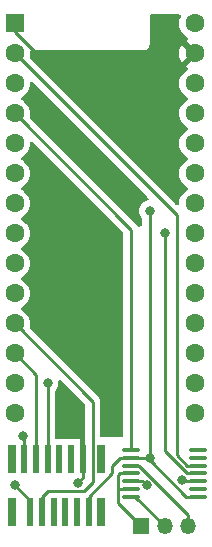
<source format=gbr>
%TF.GenerationSoftware,KiCad,Pcbnew,(6.0.2-0)*%
%TF.CreationDate,2022-03-30T15:17:53-04:00*%
%TF.ProjectId,dream_controller,64726561-6d5f-4636-9f6e-74726f6c6c65,rev?*%
%TF.SameCoordinates,Original*%
%TF.FileFunction,Copper,L1,Top*%
%TF.FilePolarity,Positive*%
%FSLAX46Y46*%
G04 Gerber Fmt 4.6, Leading zero omitted, Abs format (unit mm)*
G04 Created by KiCad (PCBNEW (6.0.2-0)) date 2022-03-30 15:17:53*
%MOMM*%
%LPD*%
G01*
G04 APERTURE LIST*
G04 Aperture macros list*
%AMRoundRect*
0 Rectangle with rounded corners*
0 $1 Rounding radius*
0 $2 $3 $4 $5 $6 $7 $8 $9 X,Y pos of 4 corners*
0 Add a 4 corners polygon primitive as box body*
4,1,4,$2,$3,$4,$5,$6,$7,$8,$9,$2,$3,0*
0 Add four circle primitives for the rounded corners*
1,1,$1+$1,$2,$3*
1,1,$1+$1,$4,$5*
1,1,$1+$1,$6,$7*
1,1,$1+$1,$8,$9*
0 Add four rect primitives between the rounded corners*
20,1,$1+$1,$2,$3,$4,$5,0*
20,1,$1+$1,$4,$5,$6,$7,0*
20,1,$1+$1,$6,$7,$8,$9,0*
20,1,$1+$1,$8,$9,$2,$3,0*%
G04 Aperture macros list end*
%TA.AperFunction,ComponentPad*%
%ADD10R,1.600000X1.600000*%
%TD*%
%TA.AperFunction,ComponentPad*%
%ADD11C,1.600000*%
%TD*%
%TA.AperFunction,SMDPad,CuDef*%
%ADD12R,0.700000X2.400000*%
%TD*%
%TA.AperFunction,SMDPad,CuDef*%
%ADD13R,0.500000X2.400000*%
%TD*%
%TA.AperFunction,ComponentPad*%
%ADD14R,1.350000X1.350000*%
%TD*%
%TA.AperFunction,ComponentPad*%
%ADD15O,1.350000X1.350000*%
%TD*%
%TA.AperFunction,SMDPad,CuDef*%
%ADD16RoundRect,0.100000X0.637500X0.100000X-0.637500X0.100000X-0.637500X-0.100000X0.637500X-0.100000X0*%
%TD*%
%TA.AperFunction,ViaPad*%
%ADD17C,0.800000*%
%TD*%
%TA.AperFunction,Conductor*%
%ADD18C,0.250000*%
%TD*%
G04 APERTURE END LIST*
D10*
%TO.P,U1,1,GND*%
%TO.N,GND*%
X127000000Y-86360000D03*
D11*
%TO.P,U1,2,0_RX1_MOSI1_Touch*%
%TO.N,/DAC_DATA*%
X127000000Y-88900000D03*
%TO.P,U1,3,1_TX1_MISO1_Touch*%
%TO.N,unconnected-(U1-Pad3)*%
X127000000Y-91440000D03*
%TO.P,U1,4,2*%
%TO.N,/DAC_LATCH*%
X127000000Y-93980000D03*
%TO.P,U1,5,3_RX1_PWM_Touch*%
%TO.N,unconnected-(U1-Pad5)*%
X127000000Y-96520000D03*
%TO.P,U1,6,4_TX1_PWM_Touch*%
%TO.N,unconnected-(U1-Pad6)*%
X127000000Y-99060000D03*
%TO.P,U1,7,5_TX1_MISO1*%
%TO.N,unconnected-(U1-Pad7)*%
X127000000Y-101600000D03*
%TO.P,U1,8,6_RX3_CS1_PWM*%
%TO.N,unconnected-(U1-Pad8)*%
X127000000Y-104140000D03*
%TO.P,U1,9,7_RX3_MOSI0*%
%TO.N,unconnected-(U1-Pad9)*%
X127000000Y-106680000D03*
%TO.P,U1,10,8_TX3_MISO0*%
%TO.N,unconnected-(U1-Pad10)*%
X127000000Y-109220000D03*
%TO.P,U1,11,9_RX2_PWM*%
%TO.N,/CAP_DR*%
X127000000Y-111760000D03*
%TO.P,U1,12,10_TX2_CS0_PWM*%
%TO.N,/CAP_CS*%
X127000000Y-114300000D03*
%TO.P,U1,13,11_MOSI0*%
%TO.N,/CAP_COPI*%
X127000000Y-116840000D03*
%TO.P,U1,14,12_MISO0*%
%TO.N,/CAP_CIPO*%
X127000000Y-119380000D03*
%TO.P,U1,20,13_LED_SCK0*%
%TO.N,/CAP_CLK*%
X142240000Y-119380000D03*
%TO.P,U1,21,14_A0_SCK0*%
%TO.N,unconnected-(U1-Pad21)*%
X142240000Y-116840000D03*
%TO.P,U1,22,15_A1_Touch*%
%TO.N,unconnected-(U1-Pad22)*%
X142240000Y-114300000D03*
%TO.P,U1,23,16_A2_SCL0_PWM_Touch*%
%TO.N,unconnected-(U1-Pad23)*%
X142240000Y-111760000D03*
%TO.P,U1,24,17_A3_SDA0_PWM_Touch*%
%TO.N,unconnected-(U1-Pad24)*%
X142240000Y-109220000D03*
%TO.P,U1,25,18_A4_SDA0_Touch*%
%TO.N,unconnected-(U1-Pad25)*%
X142240000Y-106680000D03*
%TO.P,U1,26,19_A5_SCL0_Touch*%
%TO.N,unconnected-(U1-Pad26)*%
X142240000Y-104140000D03*
%TO.P,U1,27,20_A6_SCK1_PWM_TX3*%
%TO.N,/DAC_CLK*%
X142240000Y-101600000D03*
%TO.P,U1,28,21_A7_MOSI1_RX1*%
%TO.N,unconnected-(U1-Pad28)*%
X142240000Y-99060000D03*
%TO.P,U1,29,22_A8_SCL1_PWM_Touch*%
%TO.N,unconnected-(U1-Pad29)*%
X142240000Y-96520000D03*
%TO.P,U1,30,23_A9_SDA1_PWM_Touch*%
%TO.N,unconnected-(U1-Pad30)*%
X142240000Y-93980000D03*
%TO.P,U1,31,3.3V*%
%TO.N,+3V3*%
X142240000Y-91440000D03*
%TO.P,U1,32,GND*%
%TO.N,GND*%
X142240000Y-88900000D03*
%TO.P,U1,33,Vin*%
%TO.N,/VIN*%
X142240000Y-86360000D03*
%TD*%
D12*
%TO.P,J1,*%
%TO.N,*%
X134281000Y-123226000D03*
X134306000Y-127726000D03*
X126806000Y-123226000D03*
X126806000Y-127726000D03*
D13*
%TO.P,J1,1,Pin_1*%
%TO.N,+3V3*%
X133306000Y-127726000D03*
%TO.P,J1,2,Pin_2*%
%TO.N,GND*%
X132806000Y-123226000D03*
%TO.P,J1,3,Pin_3*%
%TO.N,unconnected-(J1-Pad3)*%
X132306000Y-127726000D03*
%TO.P,J1,4,Pin_4*%
%TO.N,unconnected-(J1-Pad4)*%
X131806000Y-123226000D03*
%TO.P,J1,5,Pin_5*%
%TO.N,unconnected-(J1-Pad5)*%
X131306000Y-127726000D03*
%TO.P,J1,6,Pin_6*%
%TO.N,unconnected-(J1-Pad6)*%
X130806000Y-123226000D03*
%TO.P,J1,7,Pin_7*%
%TO.N,unconnected-(J1-Pad7)*%
X130306000Y-127726000D03*
%TO.P,J1,8,Pin_8*%
%TO.N,/CAP_COPI*%
X129806000Y-123226000D03*
%TO.P,J1,9,Pin_9*%
%TO.N,/CAP_DR*%
X129306000Y-127726000D03*
%TO.P,J1,10,Pin_10*%
%TO.N,/CAP_CS*%
X128831000Y-123226000D03*
%TO.P,J1,11,Pin_11*%
%TO.N,/CAP_CIPO*%
X128331000Y-127726000D03*
%TO.P,J1,12,Pin_12*%
%TO.N,/CAP_CLK*%
X127806000Y-123226000D03*
%TD*%
D14*
%TO.P,J2,1,Pin_1*%
%TO.N,/VREF*%
X137700000Y-128905000D03*
D15*
%TO.P,J2,2,Pin_2*%
%TO.N,/POT_X*%
X139700000Y-128905000D03*
%TO.P,J2,3,Pin_3*%
%TO.N,/POT_Y*%
X141700000Y-128905000D03*
%TD*%
D16*
%TO.P,U2,1,Vdd*%
%TO.N,+3V3*%
X142562500Y-126410000D03*
%TO.P,U2,2,NC*%
%TO.N,unconnected-(U2-Pad2)*%
X142562500Y-125760000D03*
%TO.P,U2,3,~{CS}*%
%TO.N,GND*%
X142562500Y-125110000D03*
%TO.P,U2,4,SCK*%
%TO.N,/DAC_CLK*%
X142562500Y-124460000D03*
%TO.P,U2,5,SDI*%
%TO.N,/DAC_DATA*%
X142562500Y-123810000D03*
%TO.P,U2,6,NC*%
%TO.N,unconnected-(U2-Pad6)*%
X142562500Y-123160000D03*
%TO.P,U2,7,NC*%
%TO.N,unconnected-(U2-Pad7)*%
X142562500Y-122510000D03*
%TO.P,U2,8,~{LDAC}*%
%TO.N,/DAC_LATCH*%
X136837500Y-122510000D03*
%TO.P,U2,9,~{SHDN}*%
%TO.N,+3V3*%
X136837500Y-123160000D03*
%TO.P,U2,10,VB*%
%TO.N,/POT_Y*%
X136837500Y-123810000D03*
%TO.P,U2,11,VrefB*%
%TO.N,/VREF*%
X136837500Y-124460000D03*
%TO.P,U2,12,Vss*%
%TO.N,GND*%
X136837500Y-125110000D03*
%TO.P,U2,13,VrefA*%
%TO.N,/VREF*%
X136837500Y-125760000D03*
%TO.P,U2,14,VA*%
%TO.N,/POT_X*%
X136837500Y-126410000D03*
%TD*%
D17*
%TO.N,+3V3*%
X138430000Y-123190000D03*
X138430000Y-102235000D03*
%TO.N,GND*%
X138176000Y-125476000D03*
X132080000Y-120650000D03*
X129540000Y-93980000D03*
X139700000Y-87630000D03*
X133350000Y-97790000D03*
X136525000Y-100965000D03*
X140335000Y-95250000D03*
X134620000Y-114300000D03*
X132080000Y-111760000D03*
X129540000Y-109220000D03*
X129540000Y-104140000D03*
X135255000Y-120650000D03*
X139700000Y-90170000D03*
X137160000Y-97155000D03*
X134620000Y-109220000D03*
X129540000Y-99060000D03*
X131445000Y-118110000D03*
X140335000Y-97790000D03*
X132080000Y-106680000D03*
X132334000Y-125259500D03*
X141170107Y-125039994D03*
X140335000Y-100330000D03*
X129286000Y-89408000D03*
X134620000Y-104140000D03*
X135255000Y-118110000D03*
%TO.N,/CAP_COPI*%
X129794000Y-116840000D03*
%TO.N,/CAP_CIPO*%
X127000000Y-125476000D03*
%TO.N,/CAP_CLK*%
X127724500Y-121285000D03*
%TO.N,/DAC_CLK*%
X139700000Y-104140000D03*
%TD*%
D18*
%TO.N,+3V3*%
X141515499Y-126410000D02*
X142562500Y-126410000D01*
X138430000Y-123324501D02*
X141515499Y-126410000D01*
X135255000Y-123825000D02*
X135255000Y-124460000D01*
X138430000Y-123190000D02*
X138430000Y-123324501D01*
X133306000Y-126409000D02*
X133306000Y-127726000D01*
X135255000Y-124460000D02*
X133306000Y-126409000D01*
X138430000Y-123190000D02*
X138430000Y-102235000D01*
X136837500Y-123160000D02*
X135920000Y-123160000D01*
X138400000Y-123160000D02*
X138430000Y-123190000D01*
X136837500Y-123160000D02*
X138400000Y-123160000D01*
X135920000Y-123160000D02*
X135255000Y-123825000D01*
%TO.N,GND*%
X127000000Y-87122000D02*
X129286000Y-89408000D01*
X132806000Y-123226000D02*
X132806000Y-124787500D01*
X142562500Y-125110000D02*
X141240113Y-125110000D01*
X127000000Y-86360000D02*
X127000000Y-87122000D01*
X136837500Y-125110000D02*
X137810000Y-125110000D01*
X141240113Y-125110000D02*
X141170107Y-125039994D01*
X132806000Y-124787500D02*
X132334000Y-125259500D01*
X137810000Y-125110000D02*
X138176000Y-125476000D01*
%TO.N,/CAP_COPI*%
X129806000Y-116852000D02*
X129794000Y-116840000D01*
X129806000Y-123226000D02*
X129806000Y-116852000D01*
%TO.N,/CAP_DR*%
X129794000Y-125984000D02*
X129306000Y-126472000D01*
X132842000Y-125984000D02*
X129794000Y-125984000D01*
X129306000Y-127726000D02*
X129306000Y-126472000D01*
X133606489Y-125219511D02*
X132842000Y-125984000D01*
X127000000Y-111760000D02*
X133606489Y-118366489D01*
X133606489Y-118366489D02*
X133606489Y-125219511D01*
%TO.N,/CAP_CS*%
X128831000Y-123226000D02*
X128831000Y-116131000D01*
X128831000Y-116131000D02*
X127000000Y-114300000D01*
%TO.N,/CAP_CIPO*%
X128331000Y-126807000D02*
X127000000Y-125476000D01*
X128331000Y-127726000D02*
X128331000Y-126807000D01*
%TO.N,/CAP_CLK*%
X127806000Y-123226000D02*
X127806000Y-121366500D01*
X127806000Y-121366500D02*
X127724500Y-121285000D01*
%TO.N,/VREF*%
X135860000Y-125760000D02*
X135775480Y-125844520D01*
X136837500Y-124460000D02*
X135890000Y-124460000D01*
X135775480Y-124574520D02*
X135775480Y-125844520D01*
X135775480Y-126980480D02*
X137700000Y-128905000D01*
X135890000Y-124460000D02*
X135775480Y-124574520D01*
X136837500Y-125760000D02*
X135860000Y-125760000D01*
X135775480Y-125844520D02*
X135775480Y-126980480D01*
%TO.N,/POT_X*%
X137205000Y-126410000D02*
X139700000Y-128905000D01*
X136837500Y-126410000D02*
X137205000Y-126410000D01*
%TO.N,/POT_Y*%
X141700000Y-128905000D02*
X141700000Y-127950406D01*
X137559594Y-123810000D02*
X136837500Y-123810000D01*
X141700000Y-127950406D02*
X137559594Y-123810000D01*
%TO.N,/DAC_CLK*%
X139700000Y-122555718D02*
X139700000Y-104140000D01*
X141604282Y-124460000D02*
X139700000Y-122555718D01*
X142562500Y-124460000D02*
X141604282Y-124460000D01*
%TO.N,/DAC_LATCH*%
X127000000Y-93980000D02*
X136837500Y-103817500D01*
X136837500Y-103817500D02*
X136837500Y-122510000D01*
%TO.N,/DAC_DATA*%
X140716000Y-102616000D02*
X127000000Y-88900000D01*
X142562500Y-123810000D02*
X141590000Y-123810000D01*
X140716000Y-122936000D02*
X140716000Y-102616000D01*
X141590000Y-123810000D02*
X140716000Y-122936000D01*
%TD*%
%TA.AperFunction,Conductor*%
%TO.N,GND*%
G36*
X130886139Y-116544799D02*
G01*
X130903127Y-116559031D01*
X132936084Y-118591988D01*
X132970110Y-118654300D01*
X132972989Y-118681083D01*
X132972989Y-123350000D01*
X132952987Y-123418121D01*
X132899331Y-123464614D01*
X132846989Y-123476000D01*
X132690500Y-123476000D01*
X132622379Y-123455998D01*
X132575886Y-123402342D01*
X132564500Y-123350000D01*
X132564500Y-121977866D01*
X132557745Y-121915684D01*
X132558088Y-121915647D01*
X132556000Y-121897836D01*
X132556000Y-121536116D01*
X132551525Y-121520877D01*
X132550135Y-121519672D01*
X132542452Y-121518001D01*
X132511331Y-121518001D01*
X132504510Y-121518371D01*
X132453648Y-121523895D01*
X132438394Y-121527522D01*
X132350941Y-121560306D01*
X132280134Y-121565489D01*
X132262483Y-121560306D01*
X132173718Y-121527029D01*
X132173712Y-121527027D01*
X132166316Y-121524255D01*
X132104134Y-121517500D01*
X131507866Y-121517500D01*
X131445684Y-121524255D01*
X131438288Y-121527027D01*
X131438282Y-121527029D01*
X131350229Y-121560039D01*
X131279422Y-121565222D01*
X131261771Y-121560039D01*
X131173718Y-121527029D01*
X131173712Y-121527027D01*
X131166316Y-121524255D01*
X131104134Y-121517500D01*
X130565500Y-121517500D01*
X130497379Y-121497498D01*
X130450886Y-121443842D01*
X130439500Y-121391500D01*
X130439500Y-117529197D01*
X130459502Y-117461076D01*
X130471864Y-117444887D01*
X130528621Y-117381852D01*
X130528622Y-117381851D01*
X130533040Y-117376944D01*
X130628527Y-117211556D01*
X130687542Y-117029928D01*
X130707504Y-116840000D01*
X130688722Y-116661296D01*
X130701494Y-116591458D01*
X130749996Y-116539611D01*
X130818829Y-116522217D01*
X130886139Y-116544799D01*
G37*
%TD.AperFunction*%
%TA.AperFunction,Conductor*%
G36*
X128511393Y-96389534D02*
G01*
X128526589Y-96402493D01*
X132385136Y-100261041D01*
X136167095Y-104043000D01*
X136201121Y-104105312D01*
X136204000Y-104132095D01*
X136204000Y-121286000D01*
X136183998Y-121354121D01*
X136130342Y-121400614D01*
X136078000Y-121412000D01*
X134365989Y-121412000D01*
X134297868Y-121391998D01*
X134251375Y-121338342D01*
X134239989Y-121286000D01*
X134239989Y-118445252D01*
X134240516Y-118434068D01*
X134242190Y-118426580D01*
X134240051Y-118358521D01*
X134239989Y-118354564D01*
X134239989Y-118326633D01*
X134239483Y-118322627D01*
X134238550Y-118310781D01*
X134237898Y-118290008D01*
X134237162Y-118266599D01*
X134231511Y-118247147D01*
X134227503Y-118227795D01*
X134225956Y-118215552D01*
X134224963Y-118207692D01*
X134222045Y-118200321D01*
X134208689Y-118166586D01*
X134204844Y-118155359D01*
X134202042Y-118145716D01*
X134192507Y-118112896D01*
X134188473Y-118106074D01*
X134188470Y-118106068D01*
X134182195Y-118095457D01*
X134173499Y-118077707D01*
X134168961Y-118066245D01*
X134168958Y-118066240D01*
X134166041Y-118058872D01*
X134140062Y-118023114D01*
X134133546Y-118013196D01*
X134115064Y-117981946D01*
X134111031Y-117975126D01*
X134096707Y-117960802D01*
X134083865Y-117945767D01*
X134071961Y-117929382D01*
X134037895Y-117901200D01*
X134029116Y-117893211D01*
X128309152Y-112173247D01*
X128275126Y-112110935D01*
X128276540Y-112051541D01*
X128293543Y-111988087D01*
X128313498Y-111760000D01*
X128293543Y-111531913D01*
X128234284Y-111310757D01*
X128231961Y-111305775D01*
X128139849Y-111108238D01*
X128139846Y-111108233D01*
X128137523Y-111103251D01*
X128006198Y-110915700D01*
X127844300Y-110753802D01*
X127839792Y-110750645D01*
X127839789Y-110750643D01*
X127724630Y-110670008D01*
X127656749Y-110622477D01*
X127651767Y-110620154D01*
X127651762Y-110620151D01*
X127617543Y-110604195D01*
X127564258Y-110557278D01*
X127544797Y-110489001D01*
X127565339Y-110421041D01*
X127617543Y-110375805D01*
X127651762Y-110359849D01*
X127651767Y-110359846D01*
X127656749Y-110357523D01*
X127762000Y-110283825D01*
X127839789Y-110229357D01*
X127839792Y-110229355D01*
X127844300Y-110226198D01*
X128006198Y-110064300D01*
X128137523Y-109876749D01*
X128139846Y-109871767D01*
X128139849Y-109871762D01*
X128231961Y-109674225D01*
X128231961Y-109674224D01*
X128234284Y-109669243D01*
X128293543Y-109448087D01*
X128313498Y-109220000D01*
X128293543Y-108991913D01*
X128234284Y-108770757D01*
X128231961Y-108765775D01*
X128139849Y-108568238D01*
X128139846Y-108568233D01*
X128137523Y-108563251D01*
X128006198Y-108375700D01*
X127844300Y-108213802D01*
X127839792Y-108210645D01*
X127839789Y-108210643D01*
X127724630Y-108130008D01*
X127656749Y-108082477D01*
X127651767Y-108080154D01*
X127651762Y-108080151D01*
X127617543Y-108064195D01*
X127564258Y-108017278D01*
X127544797Y-107949001D01*
X127565339Y-107881041D01*
X127617543Y-107835805D01*
X127651762Y-107819849D01*
X127651767Y-107819846D01*
X127656749Y-107817523D01*
X127762000Y-107743825D01*
X127839789Y-107689357D01*
X127839792Y-107689355D01*
X127844300Y-107686198D01*
X128006198Y-107524300D01*
X128137523Y-107336749D01*
X128139846Y-107331767D01*
X128139849Y-107331762D01*
X128231961Y-107134225D01*
X128231961Y-107134224D01*
X128234284Y-107129243D01*
X128293543Y-106908087D01*
X128313498Y-106680000D01*
X128293543Y-106451913D01*
X128234284Y-106230757D01*
X128231961Y-106225775D01*
X128139849Y-106028238D01*
X128139846Y-106028233D01*
X128137523Y-106023251D01*
X128006198Y-105835700D01*
X127844300Y-105673802D01*
X127839792Y-105670645D01*
X127839789Y-105670643D01*
X127724630Y-105590008D01*
X127656749Y-105542477D01*
X127651767Y-105540154D01*
X127651762Y-105540151D01*
X127617543Y-105524195D01*
X127564258Y-105477278D01*
X127544797Y-105409001D01*
X127565339Y-105341041D01*
X127617543Y-105295805D01*
X127651762Y-105279849D01*
X127651767Y-105279846D01*
X127656749Y-105277523D01*
X127762000Y-105203825D01*
X127839789Y-105149357D01*
X127839792Y-105149355D01*
X127844300Y-105146198D01*
X128006198Y-104984300D01*
X128137523Y-104796749D01*
X128139846Y-104791767D01*
X128139849Y-104791762D01*
X128231961Y-104594225D01*
X128231961Y-104594224D01*
X128234284Y-104589243D01*
X128293543Y-104368087D01*
X128313498Y-104140000D01*
X128293543Y-103911913D01*
X128234284Y-103690757D01*
X128197593Y-103612072D01*
X128139849Y-103488238D01*
X128139846Y-103488233D01*
X128137523Y-103483251D01*
X128035718Y-103337859D01*
X128009357Y-103300211D01*
X128009355Y-103300208D01*
X128006198Y-103295700D01*
X127844300Y-103133802D01*
X127839792Y-103130645D01*
X127839789Y-103130643D01*
X127724630Y-103050008D01*
X127656749Y-103002477D01*
X127651767Y-103000154D01*
X127651762Y-103000151D01*
X127617543Y-102984195D01*
X127564258Y-102937278D01*
X127544797Y-102869001D01*
X127565339Y-102801041D01*
X127617543Y-102755805D01*
X127651762Y-102739849D01*
X127651767Y-102739846D01*
X127656749Y-102737523D01*
X127762000Y-102663825D01*
X127839789Y-102609357D01*
X127839792Y-102609355D01*
X127844300Y-102606198D01*
X128006198Y-102444300D01*
X128019763Y-102424928D01*
X128134366Y-102261257D01*
X128137523Y-102256749D01*
X128139846Y-102251767D01*
X128139849Y-102251762D01*
X128231961Y-102054225D01*
X128231961Y-102054224D01*
X128234284Y-102049243D01*
X128293543Y-101828087D01*
X128313498Y-101600000D01*
X128293543Y-101371913D01*
X128234284Y-101150757D01*
X128223688Y-101128034D01*
X128139849Y-100948238D01*
X128139846Y-100948233D01*
X128137523Y-100943251D01*
X128006198Y-100755700D01*
X127844300Y-100593802D01*
X127839792Y-100590645D01*
X127839789Y-100590643D01*
X127761611Y-100535902D01*
X127656749Y-100462477D01*
X127651767Y-100460154D01*
X127651762Y-100460151D01*
X127617543Y-100444195D01*
X127564258Y-100397278D01*
X127544797Y-100329001D01*
X127565339Y-100261041D01*
X127617543Y-100215805D01*
X127651762Y-100199849D01*
X127651767Y-100199846D01*
X127656749Y-100197523D01*
X127762000Y-100123825D01*
X127839789Y-100069357D01*
X127839792Y-100069355D01*
X127844300Y-100066198D01*
X128006198Y-99904300D01*
X128137523Y-99716749D01*
X128139846Y-99711767D01*
X128139849Y-99711762D01*
X128231961Y-99514225D01*
X128231961Y-99514224D01*
X128234284Y-99509243D01*
X128293543Y-99288087D01*
X128313498Y-99060000D01*
X128293543Y-98831913D01*
X128234284Y-98610757D01*
X128231961Y-98605775D01*
X128139849Y-98408238D01*
X128139846Y-98408233D01*
X128137523Y-98403251D01*
X128006198Y-98215700D01*
X127844300Y-98053802D01*
X127839792Y-98050645D01*
X127839789Y-98050643D01*
X127761611Y-97995902D01*
X127656749Y-97922477D01*
X127651767Y-97920154D01*
X127651762Y-97920151D01*
X127617543Y-97904195D01*
X127564258Y-97857278D01*
X127544797Y-97789001D01*
X127565339Y-97721041D01*
X127617543Y-97675805D01*
X127651762Y-97659849D01*
X127651767Y-97659846D01*
X127656749Y-97657523D01*
X127762000Y-97583825D01*
X127839789Y-97529357D01*
X127839792Y-97529355D01*
X127844300Y-97526198D01*
X128006198Y-97364300D01*
X128137523Y-97176749D01*
X128139846Y-97171767D01*
X128139849Y-97171762D01*
X128231961Y-96974225D01*
X128231961Y-96974224D01*
X128234284Y-96969243D01*
X128293543Y-96748087D01*
X128313498Y-96520000D01*
X128313019Y-96514525D01*
X128313019Y-96514514D01*
X128311974Y-96502570D01*
X128325962Y-96432965D01*
X128375361Y-96381973D01*
X128444487Y-96365782D01*
X128511393Y-96389534D01*
G37*
%TD.AperFunction*%
%TA.AperFunction,Conductor*%
G36*
X128511393Y-91309534D02*
G01*
X128526589Y-91322493D01*
X138332130Y-101128034D01*
X138366156Y-101190346D01*
X138361091Y-101261161D01*
X138318544Y-101317997D01*
X138269232Y-101340376D01*
X138147712Y-101366206D01*
X138141682Y-101368891D01*
X138141681Y-101368891D01*
X137979278Y-101441197D01*
X137979276Y-101441198D01*
X137973248Y-101443882D01*
X137818747Y-101556134D01*
X137814326Y-101561044D01*
X137814325Y-101561045D01*
X137784180Y-101594525D01*
X137690960Y-101698056D01*
X137595473Y-101863444D01*
X137536458Y-102045072D01*
X137516496Y-102235000D01*
X137536458Y-102424928D01*
X137595473Y-102606556D01*
X137690960Y-102771944D01*
X137764137Y-102853215D01*
X137794853Y-102917221D01*
X137796500Y-102937524D01*
X137796500Y-103362878D01*
X137776498Y-103430999D01*
X137726850Y-103475575D01*
X137560862Y-103558569D01*
X137490987Y-103571143D01*
X137425407Y-103543944D01*
X137397213Y-103510290D01*
X137397052Y-103509883D01*
X137371064Y-103474113D01*
X137364548Y-103464193D01*
X137346080Y-103432965D01*
X137346078Y-103432962D01*
X137342042Y-103426138D01*
X137327721Y-103411817D01*
X137314880Y-103396783D01*
X137307631Y-103386806D01*
X137302972Y-103380393D01*
X137268895Y-103352202D01*
X137260116Y-103344212D01*
X128309152Y-94393248D01*
X128275126Y-94330936D01*
X128276541Y-94271541D01*
X128292118Y-94213409D01*
X128292120Y-94213398D01*
X128293543Y-94208087D01*
X128313498Y-93980000D01*
X128293543Y-93751913D01*
X128234284Y-93530757D01*
X128231961Y-93525775D01*
X128139849Y-93328238D01*
X128139846Y-93328233D01*
X128137523Y-93323251D01*
X128006198Y-93135700D01*
X127844300Y-92973802D01*
X127839792Y-92970645D01*
X127839789Y-92970643D01*
X127761611Y-92915902D01*
X127656749Y-92842477D01*
X127651767Y-92840154D01*
X127651762Y-92840151D01*
X127617543Y-92824195D01*
X127564258Y-92777278D01*
X127544797Y-92709001D01*
X127565339Y-92641041D01*
X127617543Y-92595805D01*
X127651762Y-92579849D01*
X127651767Y-92579846D01*
X127656749Y-92577523D01*
X127762000Y-92503825D01*
X127839789Y-92449357D01*
X127839792Y-92449355D01*
X127844300Y-92446198D01*
X128006198Y-92284300D01*
X128137523Y-92096749D01*
X128139846Y-92091767D01*
X128139849Y-92091762D01*
X128231961Y-91894225D01*
X128231961Y-91894224D01*
X128234284Y-91889243D01*
X128293543Y-91668087D01*
X128313498Y-91440000D01*
X128313019Y-91434525D01*
X128313019Y-91434514D01*
X128311974Y-91422570D01*
X128325962Y-91352965D01*
X128375361Y-91301973D01*
X128444487Y-91285782D01*
X128511393Y-91309534D01*
G37*
%TD.AperFunction*%
%TA.AperFunction,Conductor*%
G36*
X141021897Y-85618002D02*
G01*
X141068390Y-85671658D01*
X141078494Y-85741932D01*
X141067971Y-85777250D01*
X141005716Y-85910757D01*
X140946457Y-86131913D01*
X140926502Y-86360000D01*
X140946457Y-86588087D01*
X141005716Y-86809243D01*
X141008039Y-86814224D01*
X141008039Y-86814225D01*
X141100151Y-87011762D01*
X141100154Y-87011767D01*
X141102477Y-87016749D01*
X141233802Y-87204300D01*
X141395700Y-87366198D01*
X141400208Y-87369355D01*
X141400211Y-87369357D01*
X141478000Y-87423825D01*
X141583251Y-87497523D01*
X141588233Y-87499846D01*
X141588238Y-87499849D01*
X141623049Y-87516081D01*
X141676334Y-87562998D01*
X141695795Y-87631275D01*
X141675253Y-87699235D01*
X141623049Y-87744471D01*
X141588489Y-87760586D01*
X141578994Y-87766069D01*
X141526952Y-87802509D01*
X141518576Y-87812988D01*
X141525644Y-87826434D01*
X142510115Y-88810905D01*
X142544141Y-88873217D01*
X142539076Y-88944032D01*
X142510115Y-88989095D01*
X141524923Y-89974287D01*
X141518493Y-89986062D01*
X141527789Y-89998077D01*
X141578994Y-90033931D01*
X141588489Y-90039414D01*
X141623049Y-90055529D01*
X141676334Y-90102446D01*
X141695795Y-90170723D01*
X141675253Y-90238683D01*
X141623049Y-90283919D01*
X141588238Y-90300151D01*
X141588233Y-90300154D01*
X141583251Y-90302477D01*
X141478389Y-90375902D01*
X141400211Y-90430643D01*
X141400208Y-90430645D01*
X141395700Y-90433802D01*
X141233802Y-90595700D01*
X141102477Y-90783251D01*
X141100154Y-90788233D01*
X141100151Y-90788238D01*
X141008039Y-90985775D01*
X141005716Y-90990757D01*
X140946457Y-91211913D01*
X140926502Y-91440000D01*
X140946457Y-91668087D01*
X141005716Y-91889243D01*
X141008039Y-91894224D01*
X141008039Y-91894225D01*
X141100151Y-92091762D01*
X141100154Y-92091767D01*
X141102477Y-92096749D01*
X141233802Y-92284300D01*
X141395700Y-92446198D01*
X141400208Y-92449355D01*
X141400211Y-92449357D01*
X141478000Y-92503825D01*
X141583251Y-92577523D01*
X141588233Y-92579846D01*
X141588238Y-92579849D01*
X141622457Y-92595805D01*
X141675742Y-92642722D01*
X141695203Y-92710999D01*
X141674661Y-92778959D01*
X141622457Y-92824195D01*
X141588238Y-92840151D01*
X141588233Y-92840154D01*
X141583251Y-92842477D01*
X141478389Y-92915902D01*
X141400211Y-92970643D01*
X141400208Y-92970645D01*
X141395700Y-92973802D01*
X141233802Y-93135700D01*
X141102477Y-93323251D01*
X141100154Y-93328233D01*
X141100151Y-93328238D01*
X141008039Y-93525775D01*
X141005716Y-93530757D01*
X140946457Y-93751913D01*
X140926502Y-93980000D01*
X140946457Y-94208087D01*
X140947881Y-94213400D01*
X140947881Y-94213402D01*
X140979375Y-94330936D01*
X141005716Y-94429243D01*
X141008039Y-94434224D01*
X141008039Y-94434225D01*
X141100151Y-94631762D01*
X141100154Y-94631767D01*
X141102477Y-94636749D01*
X141233802Y-94824300D01*
X141395700Y-94986198D01*
X141400208Y-94989355D01*
X141400211Y-94989357D01*
X141478000Y-95043825D01*
X141583251Y-95117523D01*
X141588233Y-95119846D01*
X141588238Y-95119849D01*
X141622457Y-95135805D01*
X141675742Y-95182722D01*
X141695203Y-95250999D01*
X141674661Y-95318959D01*
X141622457Y-95364195D01*
X141588238Y-95380151D01*
X141588233Y-95380154D01*
X141583251Y-95382477D01*
X141478389Y-95455902D01*
X141400211Y-95510643D01*
X141400208Y-95510645D01*
X141395700Y-95513802D01*
X141233802Y-95675700D01*
X141102477Y-95863251D01*
X141100154Y-95868233D01*
X141100151Y-95868238D01*
X141008039Y-96065775D01*
X141005716Y-96070757D01*
X140946457Y-96291913D01*
X140926502Y-96520000D01*
X140946457Y-96748087D01*
X141005716Y-96969243D01*
X141008039Y-96974224D01*
X141008039Y-96974225D01*
X141100151Y-97171762D01*
X141100154Y-97171767D01*
X141102477Y-97176749D01*
X141233802Y-97364300D01*
X141395700Y-97526198D01*
X141400208Y-97529355D01*
X141400211Y-97529357D01*
X141478000Y-97583825D01*
X141583251Y-97657523D01*
X141588233Y-97659846D01*
X141588238Y-97659849D01*
X141622457Y-97675805D01*
X141675742Y-97722722D01*
X141695203Y-97790999D01*
X141674661Y-97858959D01*
X141622457Y-97904195D01*
X141588238Y-97920151D01*
X141588233Y-97920154D01*
X141583251Y-97922477D01*
X141478389Y-97995902D01*
X141400211Y-98050643D01*
X141400208Y-98050645D01*
X141395700Y-98053802D01*
X141233802Y-98215700D01*
X141102477Y-98403251D01*
X141100154Y-98408233D01*
X141100151Y-98408238D01*
X141008039Y-98605775D01*
X141005716Y-98610757D01*
X140946457Y-98831913D01*
X140926502Y-99060000D01*
X140946457Y-99288087D01*
X141005716Y-99509243D01*
X141008039Y-99514224D01*
X141008039Y-99514225D01*
X141100151Y-99711762D01*
X141100154Y-99711767D01*
X141102477Y-99716749D01*
X141233802Y-99904300D01*
X141395700Y-100066198D01*
X141400208Y-100069355D01*
X141400211Y-100069357D01*
X141478000Y-100123825D01*
X141583251Y-100197523D01*
X141588233Y-100199846D01*
X141588238Y-100199849D01*
X141622457Y-100215805D01*
X141675742Y-100262722D01*
X141695203Y-100330999D01*
X141674661Y-100398959D01*
X141622457Y-100444195D01*
X141588238Y-100460151D01*
X141588233Y-100460154D01*
X141583251Y-100462477D01*
X141478389Y-100535902D01*
X141400211Y-100590643D01*
X141400208Y-100590645D01*
X141395700Y-100593802D01*
X141233802Y-100755700D01*
X141102477Y-100943251D01*
X141100154Y-100948233D01*
X141100151Y-100948238D01*
X141016312Y-101128034D01*
X141005716Y-101150757D01*
X140946457Y-101371913D01*
X140926502Y-101600000D01*
X140926981Y-101605475D01*
X140926981Y-101605485D01*
X140928026Y-101617428D01*
X140914038Y-101687033D01*
X140864639Y-101738026D01*
X140795514Y-101754217D01*
X140728608Y-101730465D01*
X140713411Y-101717506D01*
X128309152Y-89313247D01*
X128275126Y-89250935D01*
X128276540Y-89191541D01*
X128293543Y-89128087D01*
X128313019Y-88905475D01*
X140927483Y-88905475D01*
X140946472Y-89122519D01*
X140948375Y-89133312D01*
X141004764Y-89343761D01*
X141008510Y-89354053D01*
X141100586Y-89551511D01*
X141106069Y-89561006D01*
X141142509Y-89613048D01*
X141152988Y-89621424D01*
X141166434Y-89614356D01*
X141867978Y-88912812D01*
X141875592Y-88898868D01*
X141875461Y-88897035D01*
X141871210Y-88890420D01*
X141165713Y-88184923D01*
X141153938Y-88178493D01*
X141141923Y-88187789D01*
X141106069Y-88238994D01*
X141100586Y-88248489D01*
X141008510Y-88445947D01*
X141004764Y-88456239D01*
X140948375Y-88666688D01*
X140946472Y-88677481D01*
X140927483Y-88894525D01*
X140927483Y-88905475D01*
X128313019Y-88905475D01*
X128313498Y-88900000D01*
X128302977Y-88779745D01*
X128316966Y-88710141D01*
X128366366Y-88659149D01*
X128435491Y-88642958D01*
X128441357Y-88643558D01*
X128448141Y-88645587D01*
X128457118Y-88645642D01*
X128457119Y-88645642D01*
X128463308Y-88645680D01*
X128482556Y-88645797D01*
X128483328Y-88645830D01*
X128484423Y-88646000D01*
X128515298Y-88646000D01*
X128516068Y-88646002D01*
X128589716Y-88646452D01*
X128589717Y-88646452D01*
X128593652Y-88646476D01*
X128594996Y-88646092D01*
X128596341Y-88646000D01*
X137913298Y-88646000D01*
X137914069Y-88646002D01*
X137991652Y-88646476D01*
X138000281Y-88644010D01*
X138000286Y-88644009D01*
X138020048Y-88638361D01*
X138036809Y-88634783D01*
X138057152Y-88631870D01*
X138057162Y-88631867D01*
X138066045Y-88630595D01*
X138089395Y-88619979D01*
X138106907Y-88613536D01*
X138122937Y-88608954D01*
X138131565Y-88606488D01*
X138156548Y-88590726D01*
X138171614Y-88582596D01*
X138198510Y-88570367D01*
X138217939Y-88553626D01*
X138232947Y-88542521D01*
X138247039Y-88533630D01*
X138254631Y-88528840D01*
X138274182Y-88506703D01*
X138286374Y-88494659D01*
X138301949Y-88481239D01*
X138301950Y-88481237D01*
X138308747Y-88475381D01*
X138313626Y-88467853D01*
X138313629Y-88467850D01*
X138322696Y-88453861D01*
X138333986Y-88438987D01*
X138345012Y-88426502D01*
X138350956Y-88419772D01*
X138363510Y-88393034D01*
X138371824Y-88378065D01*
X138387893Y-88353273D01*
X138395239Y-88328709D01*
X138401901Y-88311264D01*
X138408983Y-88296179D01*
X138412799Y-88288052D01*
X138417343Y-88258870D01*
X138421126Y-88242151D01*
X138427014Y-88222464D01*
X138427015Y-88222461D01*
X138429587Y-88213859D01*
X138429797Y-88179444D01*
X138429830Y-88178672D01*
X138430000Y-88177577D01*
X138430000Y-88146702D01*
X138430002Y-88145932D01*
X138430452Y-88072284D01*
X138430452Y-88072283D01*
X138430476Y-88068348D01*
X138430092Y-88067004D01*
X138430000Y-88065659D01*
X138430000Y-85724000D01*
X138450002Y-85655879D01*
X138503658Y-85609386D01*
X138556000Y-85598000D01*
X140953776Y-85598000D01*
X141021897Y-85618002D01*
G37*
%TD.AperFunction*%
%TD*%
M02*

</source>
